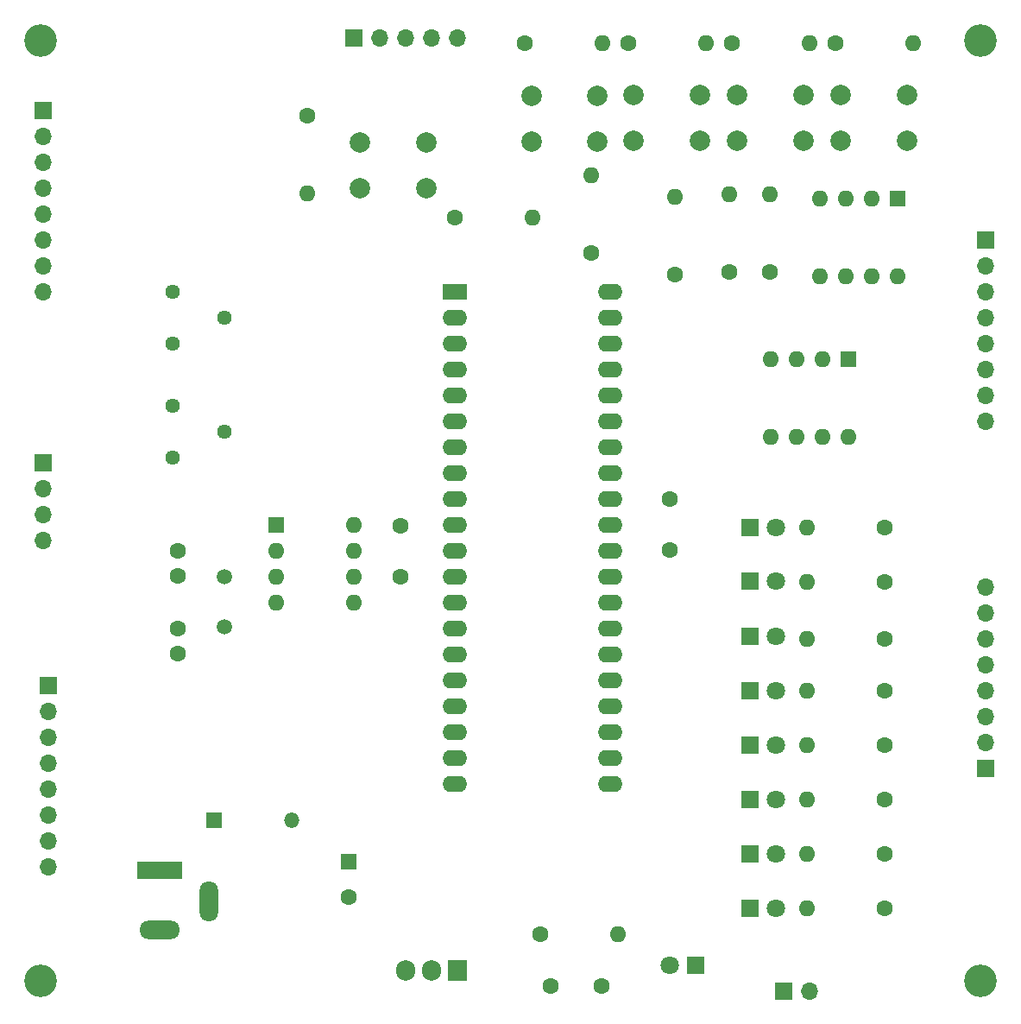
<source format=gbr>
%TF.GenerationSoftware,KiCad,Pcbnew,(5.1.8)-1*%
%TF.CreationDate,2021-11-24T15:28:43-03:00*%
%TF.ProjectId,pic18_base_board_03,70696331-385f-4626-9173-655f626f6172,rev?*%
%TF.SameCoordinates,Original*%
%TF.FileFunction,Soldermask,Top*%
%TF.FilePolarity,Negative*%
%FSLAX46Y46*%
G04 Gerber Fmt 4.6, Leading zero omitted, Abs format (unit mm)*
G04 Created by KiCad (PCBNEW (5.1.8)-1) date 2021-11-24 15:28:43*
%MOMM*%
%LPD*%
G01*
G04 APERTURE LIST*
%ADD10O,1.700000X1.700000*%
%ADD11R,1.700000X1.700000*%
%ADD12R,4.400000X1.800000*%
%ADD13O,4.000000X1.800000*%
%ADD14O,1.800000X4.000000*%
%ADD15O,1.600000X1.600000*%
%ADD16C,1.600000*%
%ADD17C,3.200000*%
%ADD18O,2.400000X1.600000*%
%ADD19R,2.400000X1.600000*%
%ADD20C,2.000000*%
%ADD21R,1.600000X1.600000*%
%ADD22R,1.500000X1.500000*%
%ADD23O,1.500000X1.500000*%
%ADD24C,1.800000*%
%ADD25R,1.800000X1.800000*%
%ADD26C,1.440000*%
%ADD27R,1.905000X2.000000*%
%ADD28O,1.905000X2.000000*%
%ADD29C,1.500000*%
G04 APERTURE END LIST*
D10*
%TO.C,J8*%
X192024000Y-108204000D03*
X192024000Y-110744000D03*
X192024000Y-113284000D03*
X192024000Y-115824000D03*
X192024000Y-118364000D03*
X192024000Y-120904000D03*
X192024000Y-123444000D03*
D11*
X192024000Y-125984000D03*
%TD*%
D10*
%TO.C,J7*%
X100076000Y-135636000D03*
X100076000Y-133096000D03*
X100076000Y-130556000D03*
X100076000Y-128016000D03*
X100076000Y-125476000D03*
X100076000Y-122936000D03*
X100076000Y-120396000D03*
D11*
X100076000Y-117856000D03*
%TD*%
D10*
%TO.C,J6*%
X192024000Y-91948000D03*
X192024000Y-89408000D03*
X192024000Y-86868000D03*
X192024000Y-84328000D03*
X192024000Y-81788000D03*
X192024000Y-79248000D03*
X192024000Y-76708000D03*
D11*
X192024000Y-74168000D03*
%TD*%
D10*
%TO.C,J5*%
X99568000Y-79248000D03*
X99568000Y-76708000D03*
X99568000Y-74168000D03*
X99568000Y-71628000D03*
X99568000Y-69088000D03*
X99568000Y-66548000D03*
X99568000Y-64008000D03*
D11*
X99568000Y-61468000D03*
%TD*%
D10*
%TO.C,J4*%
X99568000Y-103632000D03*
X99568000Y-101092000D03*
X99568000Y-98552000D03*
D11*
X99568000Y-96012000D03*
%TD*%
D10*
%TO.C,J3*%
X140208000Y-54356000D03*
X137668000Y-54356000D03*
X135128000Y-54356000D03*
X132588000Y-54356000D03*
D11*
X130048000Y-54356000D03*
%TD*%
D10*
%TO.C,J1*%
X174752000Y-147828000D03*
D11*
X172212000Y-147828000D03*
%TD*%
D12*
%TO.C,J2*%
X110998000Y-136017000D03*
D13*
X110998000Y-141817000D03*
D14*
X115798000Y-139017000D03*
%TD*%
D15*
%TO.C,R19*%
X170815000Y-69723000D03*
D16*
X170815000Y-77343000D03*
%TD*%
D15*
%TO.C,R18*%
X166878000Y-69723000D03*
D16*
X166878000Y-77343000D03*
%TD*%
D15*
%TO.C,R17*%
X161544000Y-69977000D03*
D16*
X161544000Y-77597000D03*
%TD*%
D15*
%TO.C,R16*%
X153289000Y-67818000D03*
D16*
X153289000Y-75438000D03*
%TD*%
D15*
%TO.C,R15*%
X147574000Y-72009000D03*
D16*
X139954000Y-72009000D03*
%TD*%
D17*
%TO.C,*%
X99314000Y-146812000D03*
%TD*%
%TO.C,*%
X191516000Y-146812000D03*
%TD*%
%TO.C,*%
X191516000Y-54610000D03*
%TD*%
%TO.C,*%
X99314000Y-54610000D03*
%TD*%
D18*
%TO.C,U2*%
X155194000Y-79248000D03*
X139954000Y-127508000D03*
X155194000Y-81788000D03*
X139954000Y-124968000D03*
X155194000Y-84328000D03*
X139954000Y-122428000D03*
X155194000Y-86868000D03*
X139954000Y-119888000D03*
X155194000Y-89408000D03*
X139954000Y-117348000D03*
X155194000Y-91948000D03*
X139954000Y-114808000D03*
X155194000Y-94488000D03*
X139954000Y-112268000D03*
X155194000Y-97028000D03*
X139954000Y-109728000D03*
X155194000Y-99568000D03*
X139954000Y-107188000D03*
X155194000Y-102108000D03*
X139954000Y-104648000D03*
X155194000Y-104648000D03*
X139954000Y-102108000D03*
X155194000Y-107188000D03*
X139954000Y-99568000D03*
X155194000Y-109728000D03*
X139954000Y-97028000D03*
X155194000Y-112268000D03*
X139954000Y-94488000D03*
X155194000Y-114808000D03*
X139954000Y-91948000D03*
X155194000Y-117348000D03*
X139954000Y-89408000D03*
X155194000Y-119888000D03*
X139954000Y-86868000D03*
X155194000Y-122428000D03*
X139954000Y-84328000D03*
X155194000Y-124968000D03*
X139954000Y-81788000D03*
X155194000Y-127508000D03*
D19*
X139954000Y-79248000D03*
%TD*%
D20*
%TO.C,B1*%
X153947000Y-60071000D03*
X153947000Y-64571000D03*
X147447000Y-60071000D03*
X147447000Y-64571000D03*
%TD*%
%TO.C,B2*%
X157480000Y-64444000D03*
X157480000Y-59944000D03*
X163980000Y-64444000D03*
X163980000Y-59944000D03*
%TD*%
%TO.C,B3*%
X174140000Y-59944000D03*
X174140000Y-64444000D03*
X167640000Y-59944000D03*
X167640000Y-64444000D03*
%TD*%
%TO.C,B4*%
X177800000Y-64444000D03*
X177800000Y-59944000D03*
X184300000Y-64444000D03*
X184300000Y-59944000D03*
%TD*%
D21*
%TO.C,C1*%
X129540000Y-135128000D03*
D16*
X129540000Y-138628000D03*
%TD*%
%TO.C,C2*%
X149352000Y-147320000D03*
X154352000Y-147320000D03*
%TD*%
%TO.C,C3*%
X134620000Y-107188000D03*
X134620000Y-102188000D03*
%TD*%
%TO.C,C4*%
X161036000Y-99568000D03*
X161036000Y-104568000D03*
%TD*%
%TO.C,C5*%
X112776000Y-104648000D03*
X112776000Y-107148000D03*
%TD*%
%TO.C,C6*%
X112776000Y-112268000D03*
X112776000Y-114768000D03*
%TD*%
D22*
%TO.C,D1*%
X116332000Y-131064000D03*
D23*
X123952000Y-131064000D03*
%TD*%
D24*
%TO.C,LED1*%
X171450000Y-139700000D03*
D25*
X168910000Y-139700000D03*
%TD*%
%TO.C,LED2*%
X168910000Y-134366000D03*
D24*
X171450000Y-134366000D03*
%TD*%
%TO.C,LED3*%
X171450000Y-129032000D03*
D25*
X168910000Y-129032000D03*
%TD*%
%TO.C,LED4*%
X168910000Y-123698000D03*
D24*
X171450000Y-123698000D03*
%TD*%
%TO.C,LED5*%
X171450000Y-118364000D03*
D25*
X168910000Y-118364000D03*
%TD*%
%TO.C,LED6*%
X168910000Y-113030000D03*
D24*
X171450000Y-113030000D03*
%TD*%
D25*
%TO.C,LED7*%
X168940001Y-107639001D03*
D24*
X171480001Y-107639001D03*
%TD*%
D25*
%TO.C,LED8*%
X168910000Y-102362000D03*
D24*
X171450000Y-102362000D03*
%TD*%
%TO.C,ON1*%
X161036000Y-145288000D03*
D25*
X163576000Y-145288000D03*
%TD*%
D26*
%TO.C,POT1*%
X112268000Y-95504000D03*
X117348000Y-92964000D03*
X112268000Y-90424000D03*
%TD*%
%TO.C,POT2*%
X112268000Y-79248000D03*
X117348000Y-81788000D03*
X112268000Y-84328000D03*
%TD*%
D16*
%TO.C,R1*%
X125476000Y-61976000D03*
D15*
X125476000Y-69596000D03*
%TD*%
D16*
%TO.C,R2*%
X146812000Y-54864000D03*
D15*
X154432000Y-54864000D03*
%TD*%
%TO.C,R3*%
X164592000Y-54864000D03*
D16*
X156972000Y-54864000D03*
%TD*%
D15*
%TO.C,R4*%
X174752000Y-54864000D03*
D16*
X167132000Y-54864000D03*
%TD*%
D15*
%TO.C,R5*%
X184912000Y-54864000D03*
D16*
X177292000Y-54864000D03*
%TD*%
D15*
%TO.C,R6*%
X155956000Y-142240000D03*
D16*
X148336000Y-142240000D03*
%TD*%
D15*
%TO.C,R7*%
X174498000Y-139700000D03*
D16*
X182118000Y-139700000D03*
%TD*%
%TO.C,R8*%
X182118000Y-134366000D03*
D15*
X174498000Y-134366000D03*
%TD*%
%TO.C,R9*%
X174498000Y-129032000D03*
D16*
X182118000Y-129032000D03*
%TD*%
%TO.C,R10*%
X182118000Y-123698000D03*
D15*
X174498000Y-123698000D03*
%TD*%
%TO.C,R11*%
X174498000Y-118364000D03*
D16*
X182118000Y-118364000D03*
%TD*%
%TO.C,R12*%
X182118000Y-113284000D03*
D15*
X174498000Y-113284000D03*
%TD*%
D16*
%TO.C,R13*%
X182118000Y-107696000D03*
D15*
X174498000Y-107696000D03*
%TD*%
D16*
%TO.C,R14*%
X182118000Y-102362000D03*
D15*
X174498000Y-102362000D03*
%TD*%
D20*
%TO.C,SW1*%
X137160000Y-64588000D03*
X137160000Y-69088000D03*
X130660000Y-64588000D03*
X130660000Y-69088000D03*
%TD*%
D21*
%TO.C,SW2*%
X178562000Y-85852000D03*
D15*
X170942000Y-93472000D03*
X176022000Y-85852000D03*
X173482000Y-93472000D03*
X173482000Y-85852000D03*
X176022000Y-93472000D03*
X170942000Y-85852000D03*
X178562000Y-93472000D03*
%TD*%
%TO.C,SW3*%
X130048000Y-102108000D03*
X122428000Y-109728000D03*
X130048000Y-104648000D03*
X122428000Y-107188000D03*
X130048000Y-107188000D03*
X122428000Y-104648000D03*
X130048000Y-109728000D03*
D21*
X122428000Y-102108000D03*
%TD*%
%TO.C,SW4*%
X183388000Y-70104000D03*
D15*
X175768000Y-77724000D03*
X180848000Y-70104000D03*
X178308000Y-77724000D03*
X178308000Y-70104000D03*
X180848000Y-77724000D03*
X175768000Y-70104000D03*
X183388000Y-77724000D03*
%TD*%
D27*
%TO.C,U1*%
X140208000Y-145796000D03*
D28*
X137668000Y-145796000D03*
X135128000Y-145796000D03*
%TD*%
D29*
%TO.C,Y1*%
X117348000Y-107188000D03*
X117348000Y-112088000D03*
%TD*%
M02*

</source>
